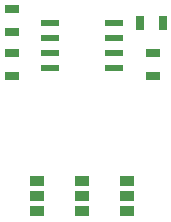
<source format=gbr>
G04 #@! TF.FileFunction,Paste,Bot*
%FSLAX46Y46*%
G04 Gerber Fmt 4.6, Leading zero omitted, Abs format (unit mm)*
G04 Created by KiCad (PCBNEW 4.0.5) date 04/10/19 11:09:35*
%MOMM*%
%LPD*%
G01*
G04 APERTURE LIST*
%ADD10C,0.100000*%
%ADD11R,1.270000X0.970000*%
%ADD12R,1.300000X0.700000*%
%ADD13R,0.700000X1.300000*%
%ADD14R,1.550000X0.600000*%
G04 APERTURE END LIST*
D10*
D11*
X155211000Y-83105000D03*
X155211000Y-84375000D03*
X155211000Y-85645000D03*
X151411000Y-83105000D03*
X151411000Y-84375000D03*
X151411000Y-85645000D03*
X147611000Y-83105000D03*
X147611000Y-84375000D03*
X147611000Y-85645000D03*
D12*
X145461000Y-70475000D03*
X145461000Y-68575000D03*
D13*
X158261000Y-69725000D03*
X156361000Y-69725000D03*
D12*
X145461000Y-74175000D03*
X145461000Y-72275000D03*
X157411000Y-74175000D03*
X157411000Y-72275000D03*
D14*
X154111000Y-69720000D03*
X154111000Y-70990000D03*
X154111000Y-72260000D03*
X154111000Y-73530000D03*
X148711000Y-73530000D03*
X148711000Y-72260000D03*
X148711000Y-70990000D03*
X148711000Y-69720000D03*
M02*

</source>
